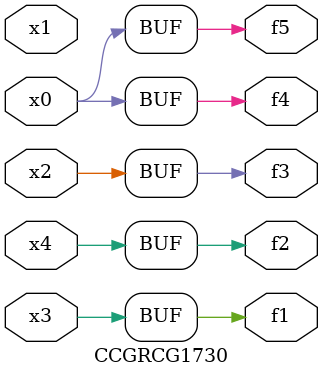
<source format=v>
module CCGRCG1730(
	input x0, x1, x2, x3, x4,
	output f1, f2, f3, f4, f5
);
	assign f1 = x3;
	assign f2 = x4;
	assign f3 = x2;
	assign f4 = x0;
	assign f5 = x0;
endmodule

</source>
